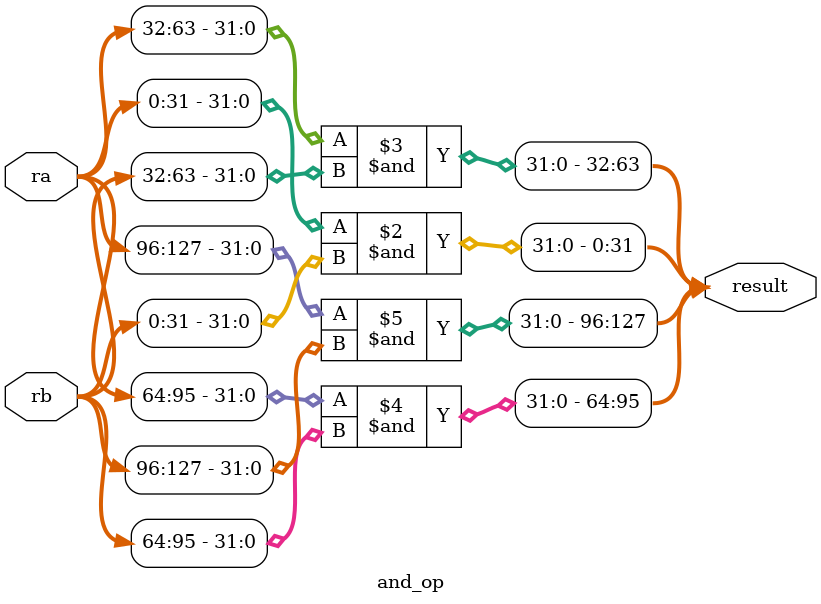
<source format=v>
module and_op(
  input [0:127] ra,
  input [0:127] rb,

  output reg [0:127] result
);

always @(*) begin
  result[0:31]   = ra[0:31]   & rb[0:31];
  result[32:63]  = ra[32:63]  & rb[32:63];
  result[64:95]  = ra[64:95]  & rb[64:95];
  result[96:127] = ra[96:127] & rb[96:127];
end

endmodule
</source>
